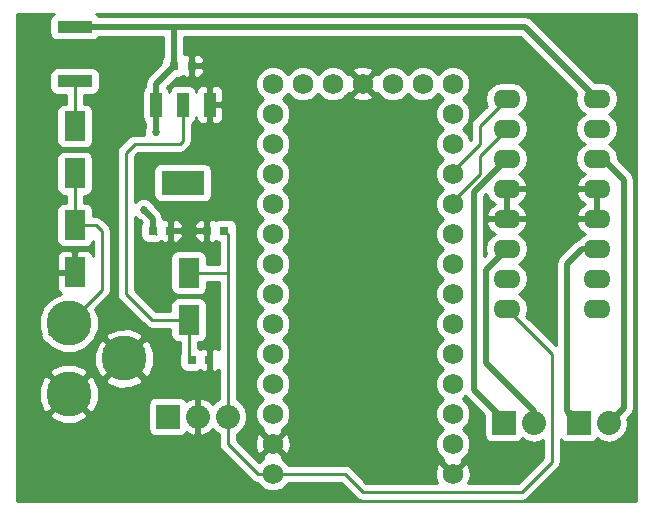
<source format=gtl>
G04 #@! TF.FileFunction,Copper,L1,Top,Signal*
%FSLAX46Y46*%
G04 Gerber Fmt 4.6, Leading zero omitted, Abs format (unit mm)*
G04 Created by KiCad (PCBNEW 4.0.2-stable) date 8/12/2016 8:24:09 AM*
%MOMM*%
G01*
G04 APERTURE LIST*
%ADD10C,0.100000*%
%ADD11O,2.300000X1.600000*%
%ADD12C,1.727200*%
%ADD13R,2.032000X2.032000*%
%ADD14O,2.032000X2.032000*%
%ADD15R,0.800000X0.750000*%
%ADD16C,3.810000*%
%ADD17R,1.800860X2.499360*%
%ADD18R,3.000000X1.000000*%
%ADD19R,3.657600X2.032000*%
%ADD20R,1.016000X2.032000*%
%ADD21C,0.685800*%
%ADD22C,0.508000*%
%ADD23C,0.254000*%
%ADD24C,0.762000*%
G04 APERTURE END LIST*
D10*
D11*
X247904000Y-80518000D03*
X247904000Y-77978000D03*
X247904000Y-75438000D03*
X247904000Y-72898000D03*
X247904000Y-70358000D03*
X247904000Y-67818000D03*
X247904000Y-65278000D03*
X247904000Y-62738000D03*
X240284000Y-62738000D03*
X240284000Y-65278000D03*
X240284000Y-67818000D03*
X240284000Y-70358000D03*
X240284000Y-72898000D03*
X240284000Y-75438000D03*
X240284000Y-77978000D03*
X240284000Y-80518000D03*
D12*
X235712000Y-94488000D03*
X235712000Y-91948000D03*
X235712000Y-89408000D03*
X235712000Y-86868000D03*
X235712000Y-84328000D03*
X235712000Y-81788000D03*
X235712000Y-79248000D03*
X235712000Y-76708000D03*
X235712000Y-74168000D03*
X235712000Y-71628000D03*
X235712000Y-69088000D03*
X235712000Y-66548000D03*
X235712000Y-64008000D03*
X235712000Y-61468000D03*
X233172000Y-61468000D03*
X230632000Y-61468000D03*
X228092000Y-61468000D03*
X225552000Y-61468000D03*
X223012000Y-61468000D03*
X220472000Y-61468000D03*
X220472000Y-69088000D03*
X220472000Y-89408000D03*
X220472000Y-74168000D03*
X220472000Y-71628000D03*
X220472000Y-91948000D03*
X220472000Y-84328000D03*
X220472000Y-94488000D03*
X220472000Y-81788000D03*
X220472000Y-79248000D03*
X220472000Y-76708000D03*
X220472000Y-86868000D03*
X220472000Y-64008000D03*
X220472000Y-66548000D03*
D13*
X246380000Y-90170000D03*
D14*
X248920000Y-90170000D03*
D13*
X211582000Y-89662000D03*
D14*
X214122000Y-89662000D03*
X216662000Y-89662000D03*
D13*
X240030000Y-90170000D03*
D14*
X242570000Y-90170000D03*
D15*
X210312000Y-73914000D03*
X211812000Y-73914000D03*
X213614000Y-84836000D03*
X215114000Y-84836000D03*
X212102000Y-59944000D03*
X213602000Y-59944000D03*
X216384000Y-73914000D03*
X214884000Y-73914000D03*
D16*
X203200000Y-81737200D03*
X203200000Y-87736680D03*
X207899000Y-84736940D03*
D17*
X203708000Y-73439020D03*
X203708000Y-77436980D03*
X203708000Y-65057020D03*
X203708000Y-69054980D03*
X213360000Y-77470000D03*
X213360000Y-81467960D03*
D18*
X203708000Y-61242000D03*
X203708000Y-56642000D03*
D19*
X212852000Y-69850000D03*
D20*
X212852000Y-63246000D03*
X210566000Y-63246000D03*
X215138000Y-63246000D03*
D21*
X209550000Y-72136000D03*
X210566000Y-65532000D03*
D22*
X210566000Y-63246000D02*
X210566000Y-65532000D01*
X210312000Y-72898000D02*
X210312000Y-73914000D01*
X209550000Y-72136000D02*
X210312000Y-72898000D01*
X210566000Y-63246000D02*
X210566000Y-61480000D01*
X210566000Y-61480000D02*
X212102000Y-59944000D01*
X212102000Y-59944000D02*
X212102000Y-56642000D01*
X212090000Y-56896000D02*
X212090000Y-56642000D01*
X212090000Y-56654000D02*
X212090000Y-56896000D01*
X212102000Y-56642000D02*
X212090000Y-56654000D01*
X203708000Y-56642000D02*
X212090000Y-56642000D01*
X212090000Y-56642000D02*
X241808000Y-56642000D01*
X241808000Y-56642000D02*
X247904000Y-62738000D01*
D23*
X210566000Y-74168000D02*
X210578000Y-74168000D01*
X213360000Y-81467960D02*
X213360000Y-84582000D01*
X213360000Y-84582000D02*
X213614000Y-84836000D01*
X212852000Y-63246000D02*
X212852000Y-66294000D01*
X210245960Y-81467960D02*
X213360000Y-81467960D01*
X208026000Y-79248000D02*
X210245960Y-81467960D01*
X208026000Y-67310000D02*
X208026000Y-79248000D01*
X208788000Y-66548000D02*
X208026000Y-67310000D01*
X212598000Y-66548000D02*
X208788000Y-66548000D01*
X212852000Y-66294000D02*
X212598000Y-66548000D01*
X213360000Y-77470000D02*
X216662000Y-77470000D01*
X220472000Y-94488000D02*
X226568000Y-94488000D01*
X244094000Y-84328000D02*
X240284000Y-80518000D01*
X244094000Y-93472000D02*
X244094000Y-84328000D01*
X241554000Y-96012000D02*
X244094000Y-93472000D01*
X228092000Y-96012000D02*
X241554000Y-96012000D01*
X226568000Y-94488000D02*
X228092000Y-96012000D01*
X216662000Y-89662000D02*
X216662000Y-77978000D01*
X216662000Y-77978000D02*
X216662000Y-77470000D01*
X216662000Y-77470000D02*
X216662000Y-74192000D01*
X216662000Y-74192000D02*
X216384000Y-73914000D01*
X216662000Y-89662000D02*
X216662000Y-91948000D01*
X219202000Y-94488000D02*
X220472000Y-94488000D01*
X216662000Y-91948000D02*
X219202000Y-94488000D01*
X203708000Y-73439020D02*
X205519020Y-73439020D01*
X205994000Y-78943200D02*
X203200000Y-81737200D01*
X205994000Y-73914000D02*
X205994000Y-78943200D01*
X205519020Y-73439020D02*
X205994000Y-73914000D01*
X203708000Y-69054980D02*
X203708000Y-73439020D01*
X201571860Y-82699860D02*
X203708000Y-82699860D01*
X235712000Y-69088000D02*
X235712000Y-68834000D01*
X235712000Y-68834000D02*
X237998000Y-66548000D01*
X237998000Y-66548000D02*
X237998000Y-65024000D01*
X237998000Y-65024000D02*
X240284000Y-62738000D01*
X235712000Y-71628000D02*
X235712000Y-71374000D01*
X235712000Y-71374000D02*
X237998000Y-69088000D01*
X237998000Y-69088000D02*
X237998000Y-67564000D01*
X237998000Y-67564000D02*
X240284000Y-65278000D01*
X203708000Y-61242000D02*
X203708000Y-65057020D01*
X203708000Y-64907160D02*
X203708000Y-64262000D01*
D22*
X247904000Y-75438000D02*
X246634000Y-75438000D01*
X245364000Y-76708000D02*
X245364000Y-89154000D01*
X246634000Y-75438000D02*
X245364000Y-76708000D01*
X245364000Y-89154000D02*
X246380000Y-90170000D01*
D24*
X245618000Y-89408000D02*
X246380000Y-90170000D01*
D23*
X245872000Y-89662000D02*
X246380000Y-90170000D01*
D22*
X248920000Y-90170000D02*
X250190000Y-88900000D01*
X250190000Y-69596000D02*
X248412000Y-67818000D01*
X250190000Y-88900000D02*
X250190000Y-69596000D01*
X248412000Y-67818000D02*
X247904000Y-67818000D01*
X240030000Y-90170000D02*
X240030000Y-89916000D01*
X240030000Y-89916000D02*
X237490000Y-87376000D01*
X237490000Y-87376000D02*
X237490000Y-70612000D01*
X237490000Y-70612000D02*
X240284000Y-67818000D01*
X242570000Y-90170000D02*
X242570000Y-89154000D01*
X242570000Y-89154000D02*
X238506000Y-85090000D01*
X238506000Y-85090000D02*
X238506000Y-77216000D01*
X238506000Y-77216000D02*
X240284000Y-75438000D01*
D23*
G36*
X201756559Y-55677910D02*
X201611569Y-55890110D01*
X201560560Y-56142000D01*
X201560560Y-57142000D01*
X201604838Y-57377317D01*
X201743910Y-57593441D01*
X201956110Y-57738431D01*
X202208000Y-57789440D01*
X205208000Y-57789440D01*
X205443317Y-57745162D01*
X205659441Y-57606090D01*
X205710748Y-57531000D01*
X211213000Y-57531000D01*
X211213000Y-59159879D01*
X211105569Y-59317110D01*
X211054560Y-59569000D01*
X211054560Y-59734204D01*
X209937382Y-60851382D01*
X209744671Y-61139794D01*
X209677000Y-61480000D01*
X209677000Y-61720582D01*
X209606559Y-61765910D01*
X209461569Y-61978110D01*
X209410560Y-62230000D01*
X209410560Y-64262000D01*
X209454838Y-64497317D01*
X209593910Y-64713441D01*
X209677000Y-64770214D01*
X209677000Y-65122945D01*
X209588270Y-65336630D01*
X209587931Y-65725663D01*
X209612862Y-65786000D01*
X208788000Y-65786000D01*
X208496395Y-65844004D01*
X208454188Y-65872206D01*
X208249185Y-66009184D01*
X207487185Y-66771185D01*
X207322004Y-67018395D01*
X207264000Y-67310000D01*
X207264000Y-79248000D01*
X207322004Y-79539605D01*
X207465386Y-79754190D01*
X207487185Y-79786815D01*
X209707145Y-82006776D01*
X209954356Y-82171957D01*
X210245960Y-82229960D01*
X211812130Y-82229960D01*
X211812130Y-82717640D01*
X211856408Y-82952957D01*
X211995480Y-83169081D01*
X212207680Y-83314071D01*
X212459570Y-83365080D01*
X212598000Y-83365080D01*
X212598000Y-84305745D01*
X212566560Y-84461000D01*
X212566560Y-85211000D01*
X212610838Y-85446317D01*
X212749910Y-85662441D01*
X212962110Y-85807431D01*
X213214000Y-85858440D01*
X214014000Y-85858440D01*
X214249317Y-85814162D01*
X214352646Y-85747671D01*
X214354302Y-85749327D01*
X214587691Y-85846000D01*
X214828250Y-85846000D01*
X214987000Y-85687250D01*
X214987000Y-84963000D01*
X214967000Y-84963000D01*
X214967000Y-84709000D01*
X214987000Y-84709000D01*
X214987000Y-83984750D01*
X214828250Y-83826000D01*
X214587691Y-83826000D01*
X214354302Y-83922673D01*
X214352932Y-83924043D01*
X214265890Y-83864569D01*
X214122000Y-83835431D01*
X214122000Y-83365080D01*
X214260430Y-83365080D01*
X214495747Y-83320802D01*
X214711871Y-83181730D01*
X214856861Y-82969530D01*
X214907870Y-82717640D01*
X214907870Y-80218280D01*
X214863592Y-79982963D01*
X214724520Y-79766839D01*
X214512320Y-79621849D01*
X214260430Y-79570840D01*
X212459570Y-79570840D01*
X212224253Y-79615118D01*
X212008129Y-79754190D01*
X211863139Y-79966390D01*
X211812130Y-80218280D01*
X211812130Y-80705960D01*
X210561591Y-80705960D01*
X208788000Y-78932370D01*
X208788000Y-72756837D01*
X208995341Y-72964540D01*
X209210750Y-73053986D01*
X209367650Y-73210886D01*
X209315569Y-73287110D01*
X209264560Y-73539000D01*
X209264560Y-74289000D01*
X209308838Y-74524317D01*
X209447910Y-74740441D01*
X209660110Y-74885431D01*
X209912000Y-74936440D01*
X210712000Y-74936440D01*
X210947317Y-74892162D01*
X211050646Y-74825671D01*
X211052302Y-74827327D01*
X211285691Y-74924000D01*
X211526250Y-74924000D01*
X211685000Y-74765250D01*
X211685000Y-74041000D01*
X211939000Y-74041000D01*
X211939000Y-74765250D01*
X212097750Y-74924000D01*
X212338309Y-74924000D01*
X212571698Y-74827327D01*
X212750327Y-74648699D01*
X212847000Y-74415310D01*
X212847000Y-74199750D01*
X213849000Y-74199750D01*
X213849000Y-74415310D01*
X213945673Y-74648699D01*
X214124302Y-74827327D01*
X214357691Y-74924000D01*
X214598250Y-74924000D01*
X214757000Y-74765250D01*
X214757000Y-74041000D01*
X214007750Y-74041000D01*
X213849000Y-74199750D01*
X212847000Y-74199750D01*
X212688250Y-74041000D01*
X211939000Y-74041000D01*
X211685000Y-74041000D01*
X211665000Y-74041000D01*
X211665000Y-73787000D01*
X211685000Y-73787000D01*
X211685000Y-73062750D01*
X211939000Y-73062750D01*
X211939000Y-73787000D01*
X212688250Y-73787000D01*
X212847000Y-73628250D01*
X212847000Y-73412690D01*
X213849000Y-73412690D01*
X213849000Y-73628250D01*
X214007750Y-73787000D01*
X214757000Y-73787000D01*
X214757000Y-73062750D01*
X214598250Y-72904000D01*
X214357691Y-72904000D01*
X214124302Y-73000673D01*
X213945673Y-73179301D01*
X213849000Y-73412690D01*
X212847000Y-73412690D01*
X212750327Y-73179301D01*
X212571698Y-73000673D01*
X212338309Y-72904000D01*
X212097750Y-72904000D01*
X211939000Y-73062750D01*
X211685000Y-73062750D01*
X211526250Y-72904000D01*
X211285691Y-72904000D01*
X211201000Y-72939080D01*
X211201000Y-72898000D01*
X211133329Y-72557794D01*
X210940618Y-72269382D01*
X210467863Y-71796627D01*
X210379507Y-71582788D01*
X210104659Y-71307460D01*
X209745370Y-71158270D01*
X209356337Y-71157931D01*
X208996788Y-71306493D01*
X208788000Y-71514917D01*
X208788000Y-68834000D01*
X210375760Y-68834000D01*
X210375760Y-70866000D01*
X210420038Y-71101317D01*
X210559110Y-71317441D01*
X210771310Y-71462431D01*
X211023200Y-71513440D01*
X214680800Y-71513440D01*
X214916117Y-71469162D01*
X215132241Y-71330090D01*
X215277231Y-71117890D01*
X215328240Y-70866000D01*
X215328240Y-68834000D01*
X215283962Y-68598683D01*
X215144890Y-68382559D01*
X214932690Y-68237569D01*
X214680800Y-68186560D01*
X211023200Y-68186560D01*
X210787883Y-68230838D01*
X210571759Y-68369910D01*
X210426769Y-68582110D01*
X210375760Y-68834000D01*
X208788000Y-68834000D01*
X208788000Y-67625630D01*
X209103631Y-67310000D01*
X212598000Y-67310000D01*
X212889605Y-67251996D01*
X213136815Y-67086815D01*
X213390815Y-66832816D01*
X213555996Y-66585605D01*
X213571021Y-66510069D01*
X213614000Y-66294000D01*
X213614000Y-64853140D01*
X213811441Y-64726090D01*
X213956431Y-64513890D01*
X213995000Y-64323431D01*
X213995000Y-64388310D01*
X214091673Y-64621699D01*
X214270302Y-64800327D01*
X214503691Y-64897000D01*
X214852250Y-64897000D01*
X215011000Y-64738250D01*
X215011000Y-63373000D01*
X215265000Y-63373000D01*
X215265000Y-64738250D01*
X215423750Y-64897000D01*
X215772309Y-64897000D01*
X216005698Y-64800327D01*
X216184327Y-64621699D01*
X216281000Y-64388310D01*
X216281000Y-63531750D01*
X216122250Y-63373000D01*
X215265000Y-63373000D01*
X215011000Y-63373000D01*
X214991000Y-63373000D01*
X214991000Y-63119000D01*
X215011000Y-63119000D01*
X215011000Y-61753750D01*
X215265000Y-61753750D01*
X215265000Y-63119000D01*
X216122250Y-63119000D01*
X216281000Y-62960250D01*
X216281000Y-62103690D01*
X216184327Y-61870301D01*
X216078808Y-61764782D01*
X218973141Y-61764782D01*
X219200808Y-62315780D01*
X219622003Y-62737710D01*
X219622931Y-62738095D01*
X219202290Y-63158003D01*
X218973661Y-63708602D01*
X218973141Y-64304782D01*
X219200808Y-64855780D01*
X219622003Y-65277710D01*
X219622931Y-65278095D01*
X219202290Y-65698003D01*
X218973661Y-66248602D01*
X218973141Y-66844782D01*
X219200808Y-67395780D01*
X219622003Y-67817710D01*
X219622931Y-67818095D01*
X219202290Y-68238003D01*
X218973661Y-68788602D01*
X218973141Y-69384782D01*
X219200808Y-69935780D01*
X219622003Y-70357710D01*
X219622931Y-70358095D01*
X219202290Y-70778003D01*
X218973661Y-71328602D01*
X218973141Y-71924782D01*
X219200808Y-72475780D01*
X219622003Y-72897710D01*
X219622931Y-72898095D01*
X219202290Y-73318003D01*
X218973661Y-73868602D01*
X218973141Y-74464782D01*
X219200808Y-75015780D01*
X219622003Y-75437710D01*
X219622931Y-75438095D01*
X219202290Y-75858003D01*
X218973661Y-76408602D01*
X218973141Y-77004782D01*
X219200808Y-77555780D01*
X219622003Y-77977710D01*
X219622931Y-77978095D01*
X219202290Y-78398003D01*
X218973661Y-78948602D01*
X218973141Y-79544782D01*
X219200808Y-80095780D01*
X219622003Y-80517710D01*
X219622931Y-80518095D01*
X219202290Y-80938003D01*
X218973661Y-81488602D01*
X218973141Y-82084782D01*
X219200808Y-82635780D01*
X219622003Y-83057710D01*
X219622931Y-83058095D01*
X219202290Y-83478003D01*
X218973661Y-84028602D01*
X218973141Y-84624782D01*
X219200808Y-85175780D01*
X219622003Y-85597710D01*
X219622931Y-85598095D01*
X219202290Y-86018003D01*
X218973661Y-86568602D01*
X218973141Y-87164782D01*
X219200808Y-87715780D01*
X219622003Y-88137710D01*
X219622931Y-88138095D01*
X219202290Y-88558003D01*
X218973661Y-89108602D01*
X218973141Y-89704782D01*
X219200808Y-90255780D01*
X219622003Y-90677710D01*
X219662537Y-90694541D01*
X219597800Y-90894195D01*
X220472000Y-91768395D01*
X221346200Y-90894195D01*
X221281601Y-90694967D01*
X221319780Y-90679192D01*
X221741710Y-90257997D01*
X221970339Y-89707398D01*
X221970859Y-89111218D01*
X221743192Y-88560220D01*
X221321997Y-88138290D01*
X221321069Y-88137905D01*
X221741710Y-87717997D01*
X221970339Y-87167398D01*
X221970859Y-86571218D01*
X221743192Y-86020220D01*
X221321997Y-85598290D01*
X221321069Y-85597905D01*
X221741710Y-85177997D01*
X221970339Y-84627398D01*
X221970859Y-84031218D01*
X221743192Y-83480220D01*
X221321997Y-83058290D01*
X221321069Y-83057905D01*
X221741710Y-82637997D01*
X221970339Y-82087398D01*
X221970859Y-81491218D01*
X221743192Y-80940220D01*
X221321997Y-80518290D01*
X221321069Y-80517905D01*
X221741710Y-80097997D01*
X221970339Y-79547398D01*
X221970859Y-78951218D01*
X221743192Y-78400220D01*
X221321997Y-77978290D01*
X221321069Y-77977905D01*
X221741710Y-77557997D01*
X221970339Y-77007398D01*
X221970859Y-76411218D01*
X221743192Y-75860220D01*
X221321997Y-75438290D01*
X221321069Y-75437905D01*
X221741710Y-75017997D01*
X221970339Y-74467398D01*
X221970859Y-73871218D01*
X221743192Y-73320220D01*
X221321997Y-72898290D01*
X221321069Y-72897905D01*
X221741710Y-72477997D01*
X221970339Y-71927398D01*
X221970859Y-71331218D01*
X221743192Y-70780220D01*
X221321997Y-70358290D01*
X221321069Y-70357905D01*
X221741710Y-69937997D01*
X221970339Y-69387398D01*
X221970859Y-68791218D01*
X221743192Y-68240220D01*
X221321997Y-67818290D01*
X221321069Y-67817905D01*
X221741710Y-67397997D01*
X221970339Y-66847398D01*
X221970859Y-66251218D01*
X221743192Y-65700220D01*
X221321997Y-65278290D01*
X221321069Y-65277905D01*
X221741710Y-64857997D01*
X221970339Y-64307398D01*
X221970859Y-63711218D01*
X221743192Y-63160220D01*
X221321997Y-62738290D01*
X221321069Y-62737905D01*
X221741710Y-62317997D01*
X221742095Y-62317069D01*
X222162003Y-62737710D01*
X222712602Y-62966339D01*
X223308782Y-62966859D01*
X223859780Y-62739192D01*
X224281710Y-62317997D01*
X224282095Y-62317069D01*
X224702003Y-62737710D01*
X225252602Y-62966339D01*
X225848782Y-62966859D01*
X226399780Y-62739192D01*
X226617546Y-62521805D01*
X227217800Y-62521805D01*
X227299741Y-62774516D01*
X227860030Y-62978248D01*
X228455635Y-62952058D01*
X228884259Y-62774516D01*
X228966200Y-62521805D01*
X228092000Y-61647605D01*
X227217800Y-62521805D01*
X226617546Y-62521805D01*
X226821710Y-62317997D01*
X226838541Y-62277463D01*
X227038195Y-62342200D01*
X227912395Y-61468000D01*
X227038195Y-60593800D01*
X226838967Y-60658399D01*
X226823192Y-60620220D01*
X226617526Y-60414195D01*
X227217800Y-60414195D01*
X228092000Y-61288395D01*
X228966200Y-60414195D01*
X228884259Y-60161484D01*
X228323970Y-59957752D01*
X227728365Y-59983942D01*
X227299741Y-60161484D01*
X227217800Y-60414195D01*
X226617526Y-60414195D01*
X226401997Y-60198290D01*
X225851398Y-59969661D01*
X225255218Y-59969141D01*
X224704220Y-60196808D01*
X224282290Y-60618003D01*
X224281905Y-60618931D01*
X223861997Y-60198290D01*
X223311398Y-59969661D01*
X222715218Y-59969141D01*
X222164220Y-60196808D01*
X221742290Y-60618003D01*
X221741905Y-60618931D01*
X221321997Y-60198290D01*
X220771398Y-59969661D01*
X220175218Y-59969141D01*
X219624220Y-60196808D01*
X219202290Y-60618003D01*
X218973661Y-61168602D01*
X218973141Y-61764782D01*
X216078808Y-61764782D01*
X216005698Y-61691673D01*
X215772309Y-61595000D01*
X215423750Y-61595000D01*
X215265000Y-61753750D01*
X215011000Y-61753750D01*
X214852250Y-61595000D01*
X214503691Y-61595000D01*
X214270302Y-61691673D01*
X214091673Y-61870301D01*
X213995000Y-62103690D01*
X213995000Y-62163887D01*
X213963162Y-61994683D01*
X213824090Y-61778559D01*
X213611890Y-61633569D01*
X213360000Y-61582560D01*
X212344000Y-61582560D01*
X212108683Y-61626838D01*
X211892559Y-61765910D01*
X211747569Y-61978110D01*
X211709457Y-62166314D01*
X211677162Y-61994683D01*
X211538090Y-61778559D01*
X211530122Y-61773114D01*
X212336796Y-60966440D01*
X212502000Y-60966440D01*
X212737317Y-60922162D01*
X212840646Y-60855671D01*
X212842302Y-60857327D01*
X213075691Y-60954000D01*
X213316250Y-60954000D01*
X213475000Y-60795250D01*
X213475000Y-60071000D01*
X213729000Y-60071000D01*
X213729000Y-60795250D01*
X213887750Y-60954000D01*
X214128309Y-60954000D01*
X214361698Y-60857327D01*
X214540327Y-60678699D01*
X214637000Y-60445310D01*
X214637000Y-60229750D01*
X214478250Y-60071000D01*
X213729000Y-60071000D01*
X213475000Y-60071000D01*
X213455000Y-60071000D01*
X213455000Y-59817000D01*
X213475000Y-59817000D01*
X213475000Y-59092750D01*
X213729000Y-59092750D01*
X213729000Y-59817000D01*
X214478250Y-59817000D01*
X214637000Y-59658250D01*
X214637000Y-59442690D01*
X214540327Y-59209301D01*
X214361698Y-59030673D01*
X214128309Y-58934000D01*
X213887750Y-58934000D01*
X213729000Y-59092750D01*
X213475000Y-59092750D01*
X213316250Y-58934000D01*
X213075691Y-58934000D01*
X212991000Y-58969080D01*
X212991000Y-57531000D01*
X241439764Y-57531000D01*
X246177394Y-62268630D01*
X246084030Y-62738000D01*
X246193263Y-63287151D01*
X246504332Y-63752698D01*
X246886418Y-64008000D01*
X246504332Y-64263302D01*
X246193263Y-64728849D01*
X246084030Y-65278000D01*
X246193263Y-65827151D01*
X246504332Y-66292698D01*
X246886418Y-66548000D01*
X246504332Y-66803302D01*
X246193263Y-67268849D01*
X246084030Y-67818000D01*
X246193263Y-68367151D01*
X246504332Y-68832698D01*
X246882151Y-69085149D01*
X246449500Y-69433104D01*
X246179633Y-69926181D01*
X246162096Y-70008961D01*
X246284085Y-70231000D01*
X247777000Y-70231000D01*
X247777000Y-70211000D01*
X248031000Y-70211000D01*
X248031000Y-70231000D01*
X248051000Y-70231000D01*
X248051000Y-70485000D01*
X248031000Y-70485000D01*
X248031000Y-72771000D01*
X248051000Y-72771000D01*
X248051000Y-73025000D01*
X248031000Y-73025000D01*
X248031000Y-73045000D01*
X247777000Y-73045000D01*
X247777000Y-73025000D01*
X246284085Y-73025000D01*
X246162096Y-73247039D01*
X246179633Y-73329819D01*
X246449500Y-73822896D01*
X246882151Y-74170851D01*
X246504332Y-74423302D01*
X246387594Y-74598013D01*
X246293794Y-74616671D01*
X246089629Y-74753090D01*
X246005382Y-74809382D01*
X244735382Y-76079382D01*
X244542671Y-76367794D01*
X244475000Y-76708000D01*
X244475000Y-83631369D01*
X241961109Y-81117479D01*
X241994737Y-81067151D01*
X242103970Y-80518000D01*
X241994737Y-79968849D01*
X241683668Y-79503302D01*
X241301582Y-79248000D01*
X241683668Y-78992698D01*
X241994737Y-78527151D01*
X242103970Y-77978000D01*
X241994737Y-77428849D01*
X241683668Y-76963302D01*
X241301582Y-76708000D01*
X241683668Y-76452698D01*
X241994737Y-75987151D01*
X242103970Y-75438000D01*
X241994737Y-74888849D01*
X241683668Y-74423302D01*
X241305849Y-74170851D01*
X241738500Y-73822896D01*
X242008367Y-73329819D01*
X242025904Y-73247039D01*
X241903915Y-73025000D01*
X240411000Y-73025000D01*
X240411000Y-73045000D01*
X240157000Y-73045000D01*
X240157000Y-73025000D01*
X238664085Y-73025000D01*
X238542096Y-73247039D01*
X238559633Y-73329819D01*
X238829500Y-73822896D01*
X239262151Y-74170851D01*
X238884332Y-74423302D01*
X238573263Y-74888849D01*
X238464030Y-75438000D01*
X238557394Y-75907370D01*
X238379000Y-76085764D01*
X238379000Y-70980236D01*
X238563094Y-70796142D01*
X238829500Y-71282896D01*
X239258607Y-71628000D01*
X238829500Y-71973104D01*
X238559633Y-72466181D01*
X238542096Y-72548961D01*
X238664085Y-72771000D01*
X240157000Y-72771000D01*
X240157000Y-70485000D01*
X240411000Y-70485000D01*
X240411000Y-72771000D01*
X241903915Y-72771000D01*
X242025904Y-72548961D01*
X242008367Y-72466181D01*
X241738500Y-71973104D01*
X241309393Y-71628000D01*
X241738500Y-71282896D01*
X242008367Y-70789819D01*
X242025904Y-70707039D01*
X246162096Y-70707039D01*
X246179633Y-70789819D01*
X246449500Y-71282896D01*
X246878607Y-71628000D01*
X246449500Y-71973104D01*
X246179633Y-72466181D01*
X246162096Y-72548961D01*
X246284085Y-72771000D01*
X247777000Y-72771000D01*
X247777000Y-70485000D01*
X246284085Y-70485000D01*
X246162096Y-70707039D01*
X242025904Y-70707039D01*
X241903915Y-70485000D01*
X240411000Y-70485000D01*
X240157000Y-70485000D01*
X240137000Y-70485000D01*
X240137000Y-70231000D01*
X240157000Y-70231000D01*
X240157000Y-70211000D01*
X240411000Y-70211000D01*
X240411000Y-70231000D01*
X241903915Y-70231000D01*
X242025904Y-70008961D01*
X242008367Y-69926181D01*
X241738500Y-69433104D01*
X241305849Y-69085149D01*
X241683668Y-68832698D01*
X241994737Y-68367151D01*
X242103970Y-67818000D01*
X241994737Y-67268849D01*
X241683668Y-66803302D01*
X241301582Y-66548000D01*
X241683668Y-66292698D01*
X241994737Y-65827151D01*
X242103970Y-65278000D01*
X241994737Y-64728849D01*
X241683668Y-64263302D01*
X241301582Y-64008000D01*
X241683668Y-63752698D01*
X241994737Y-63287151D01*
X242103970Y-62738000D01*
X241994737Y-62188849D01*
X241683668Y-61723302D01*
X241218121Y-61412233D01*
X240668970Y-61303000D01*
X239899030Y-61303000D01*
X239349879Y-61412233D01*
X238884332Y-61723302D01*
X238573263Y-62188849D01*
X238464030Y-62738000D01*
X238573263Y-63287151D01*
X238606891Y-63337479D01*
X237459185Y-64485185D01*
X237294004Y-64732395D01*
X237236000Y-65024000D01*
X237236000Y-66232369D01*
X237210854Y-66257516D01*
X237210859Y-66251218D01*
X236983192Y-65700220D01*
X236561997Y-65278290D01*
X236561069Y-65277905D01*
X236981710Y-64857997D01*
X237210339Y-64307398D01*
X237210859Y-63711218D01*
X236983192Y-63160220D01*
X236561997Y-62738290D01*
X236561069Y-62737905D01*
X236981710Y-62317997D01*
X237210339Y-61767398D01*
X237210859Y-61171218D01*
X236983192Y-60620220D01*
X236561997Y-60198290D01*
X236011398Y-59969661D01*
X235415218Y-59969141D01*
X234864220Y-60196808D01*
X234442290Y-60618003D01*
X234441905Y-60618931D01*
X234021997Y-60198290D01*
X233471398Y-59969661D01*
X232875218Y-59969141D01*
X232324220Y-60196808D01*
X231902290Y-60618003D01*
X231901905Y-60618931D01*
X231481997Y-60198290D01*
X230931398Y-59969661D01*
X230335218Y-59969141D01*
X229784220Y-60196808D01*
X229362290Y-60618003D01*
X229345459Y-60658537D01*
X229145805Y-60593800D01*
X228271605Y-61468000D01*
X229145805Y-62342200D01*
X229345033Y-62277601D01*
X229360808Y-62315780D01*
X229782003Y-62737710D01*
X230332602Y-62966339D01*
X230928782Y-62966859D01*
X231479780Y-62739192D01*
X231901710Y-62317997D01*
X231902095Y-62317069D01*
X232322003Y-62737710D01*
X232872602Y-62966339D01*
X233468782Y-62966859D01*
X234019780Y-62739192D01*
X234441710Y-62317997D01*
X234442095Y-62317069D01*
X234862003Y-62737710D01*
X234862931Y-62738095D01*
X234442290Y-63158003D01*
X234213661Y-63708602D01*
X234213141Y-64304782D01*
X234440808Y-64855780D01*
X234862003Y-65277710D01*
X234862931Y-65278095D01*
X234442290Y-65698003D01*
X234213661Y-66248602D01*
X234213141Y-66844782D01*
X234440808Y-67395780D01*
X234862003Y-67817710D01*
X234862931Y-67818095D01*
X234442290Y-68238003D01*
X234213661Y-68788602D01*
X234213141Y-69384782D01*
X234440808Y-69935780D01*
X234862003Y-70357710D01*
X234862931Y-70358095D01*
X234442290Y-70778003D01*
X234213661Y-71328602D01*
X234213141Y-71924782D01*
X234440808Y-72475780D01*
X234862003Y-72897710D01*
X234862931Y-72898095D01*
X234442290Y-73318003D01*
X234213661Y-73868602D01*
X234213141Y-74464782D01*
X234440808Y-75015780D01*
X234862003Y-75437710D01*
X234862931Y-75438095D01*
X234442290Y-75858003D01*
X234213661Y-76408602D01*
X234213141Y-77004782D01*
X234440808Y-77555780D01*
X234862003Y-77977710D01*
X234862931Y-77978095D01*
X234442290Y-78398003D01*
X234213661Y-78948602D01*
X234213141Y-79544782D01*
X234440808Y-80095780D01*
X234862003Y-80517710D01*
X234862931Y-80518095D01*
X234442290Y-80938003D01*
X234213661Y-81488602D01*
X234213141Y-82084782D01*
X234440808Y-82635780D01*
X234862003Y-83057710D01*
X234862931Y-83058095D01*
X234442290Y-83478003D01*
X234213661Y-84028602D01*
X234213141Y-84624782D01*
X234440808Y-85175780D01*
X234862003Y-85597710D01*
X234862931Y-85598095D01*
X234442290Y-86018003D01*
X234213661Y-86568602D01*
X234213141Y-87164782D01*
X234440808Y-87715780D01*
X234862003Y-88137710D01*
X234862931Y-88138095D01*
X234442290Y-88558003D01*
X234213661Y-89108602D01*
X234213141Y-89704782D01*
X234440808Y-90255780D01*
X234862003Y-90677710D01*
X234862931Y-90678095D01*
X234442290Y-91098003D01*
X234213661Y-91648602D01*
X234213141Y-92244782D01*
X234440808Y-92795780D01*
X234862003Y-93217710D01*
X234902537Y-93234541D01*
X234837800Y-93434195D01*
X235712000Y-94308395D01*
X236586200Y-93434195D01*
X236521601Y-93234967D01*
X236559780Y-93219192D01*
X236981710Y-92797997D01*
X237210339Y-92247398D01*
X237210859Y-91651218D01*
X236983192Y-91100220D01*
X236561997Y-90678290D01*
X236561069Y-90677905D01*
X236981710Y-90257997D01*
X237210339Y-89707398D01*
X237210859Y-89111218D01*
X236983192Y-88560220D01*
X236561997Y-88138290D01*
X236561069Y-88137905D01*
X236794644Y-87904737D01*
X236797586Y-87909141D01*
X236861382Y-88004618D01*
X238366560Y-89509796D01*
X238366560Y-91186000D01*
X238410838Y-91421317D01*
X238549910Y-91637441D01*
X238762110Y-91782431D01*
X239014000Y-91833440D01*
X241046000Y-91833440D01*
X241281317Y-91789162D01*
X241497441Y-91650090D01*
X241599198Y-91501163D01*
X241938190Y-91727670D01*
X242570000Y-91853345D01*
X243201810Y-91727670D01*
X243332000Y-91640680D01*
X243332000Y-93156369D01*
X241238370Y-95250000D01*
X237029519Y-95250000D01*
X237222248Y-94719970D01*
X237196058Y-94124365D01*
X237018516Y-93695741D01*
X236765805Y-93613800D01*
X235891605Y-94488000D01*
X235905748Y-94502143D01*
X235726143Y-94681748D01*
X235712000Y-94667605D01*
X235697858Y-94681748D01*
X235518253Y-94502143D01*
X235532395Y-94488000D01*
X234658195Y-93613800D01*
X234405484Y-93695741D01*
X234201752Y-94256030D01*
X234227942Y-94851635D01*
X234392950Y-95250000D01*
X228407631Y-95250000D01*
X227106815Y-93949185D01*
X227106814Y-93949184D01*
X226859605Y-93784004D01*
X226568000Y-93726000D01*
X221778635Y-93726000D01*
X221743192Y-93640220D01*
X221321997Y-93218290D01*
X221281463Y-93201459D01*
X221346200Y-93001805D01*
X220472000Y-92127605D01*
X219597800Y-93001805D01*
X219662399Y-93201033D01*
X219624220Y-93216808D01*
X219316061Y-93524430D01*
X217507661Y-91716030D01*
X218961752Y-91716030D01*
X218987942Y-92311635D01*
X219165484Y-92740259D01*
X219418195Y-92822200D01*
X220292395Y-91948000D01*
X220651605Y-91948000D01*
X221525805Y-92822200D01*
X221778516Y-92740259D01*
X221982248Y-92179970D01*
X221956058Y-91584365D01*
X221778516Y-91155741D01*
X221525805Y-91073800D01*
X220651605Y-91948000D01*
X220292395Y-91948000D01*
X219418195Y-91073800D01*
X219165484Y-91155741D01*
X218961752Y-91716030D01*
X217507661Y-91716030D01*
X217424000Y-91632370D01*
X217424000Y-91132680D01*
X217829433Y-90861778D01*
X218187325Y-90326155D01*
X218313000Y-89694345D01*
X218313000Y-89629655D01*
X218187325Y-88997845D01*
X217829433Y-88462222D01*
X217424000Y-88191320D01*
X217424000Y-74325740D01*
X217431440Y-74289000D01*
X217431440Y-73539000D01*
X217387162Y-73303683D01*
X217248090Y-73087559D01*
X217035890Y-72942569D01*
X216784000Y-72891560D01*
X215984000Y-72891560D01*
X215748683Y-72935838D01*
X215645354Y-73002329D01*
X215643698Y-73000673D01*
X215410309Y-72904000D01*
X215169750Y-72904000D01*
X215011000Y-73062750D01*
X215011000Y-73787000D01*
X215031000Y-73787000D01*
X215031000Y-74041000D01*
X215011000Y-74041000D01*
X215011000Y-74765250D01*
X215169750Y-74924000D01*
X215410309Y-74924000D01*
X215643698Y-74827327D01*
X215645068Y-74825957D01*
X215732110Y-74885431D01*
X215900000Y-74919430D01*
X215900000Y-76708000D01*
X214907870Y-76708000D01*
X214907870Y-76220320D01*
X214863592Y-75985003D01*
X214724520Y-75768879D01*
X214512320Y-75623889D01*
X214260430Y-75572880D01*
X212459570Y-75572880D01*
X212224253Y-75617158D01*
X212008129Y-75756230D01*
X211863139Y-75968430D01*
X211812130Y-76220320D01*
X211812130Y-78719680D01*
X211856408Y-78954997D01*
X211995480Y-79171121D01*
X212207680Y-79316111D01*
X212459570Y-79367120D01*
X214260430Y-79367120D01*
X214495747Y-79322842D01*
X214711871Y-79183770D01*
X214856861Y-78971570D01*
X214907870Y-78719680D01*
X214907870Y-78232000D01*
X215900000Y-78232000D01*
X215900000Y-83948975D01*
X215873698Y-83922673D01*
X215640309Y-83826000D01*
X215399750Y-83826000D01*
X215241000Y-83984750D01*
X215241000Y-84709000D01*
X215261000Y-84709000D01*
X215261000Y-84963000D01*
X215241000Y-84963000D01*
X215241000Y-85687250D01*
X215399750Y-85846000D01*
X215640309Y-85846000D01*
X215873698Y-85749327D01*
X215900000Y-85723025D01*
X215900000Y-88191320D01*
X215494567Y-88462222D01*
X215385565Y-88625354D01*
X214986818Y-88255615D01*
X214504944Y-88056025D01*
X214249000Y-88175164D01*
X214249000Y-89535000D01*
X214269000Y-89535000D01*
X214269000Y-89789000D01*
X214249000Y-89789000D01*
X214249000Y-91148836D01*
X214504944Y-91267975D01*
X214986818Y-91068385D01*
X215385565Y-90698646D01*
X215494567Y-90861778D01*
X215900000Y-91132680D01*
X215900000Y-91948000D01*
X215958004Y-92239605D01*
X216123185Y-92486815D01*
X218663184Y-95026815D01*
X218910395Y-95191996D01*
X219162084Y-95242060D01*
X219200808Y-95335780D01*
X219622003Y-95757710D01*
X220172602Y-95986339D01*
X220768782Y-95986859D01*
X221319780Y-95759192D01*
X221741710Y-95337997D01*
X221778250Y-95250000D01*
X226252370Y-95250000D01*
X227553184Y-96550815D01*
X227800395Y-96715996D01*
X228092000Y-96774000D01*
X241554000Y-96774000D01*
X241845605Y-96715996D01*
X242092815Y-96550815D01*
X244632815Y-94010816D01*
X244797996Y-93763605D01*
X244811495Y-93695741D01*
X244856000Y-93472000D01*
X244856000Y-91569203D01*
X244899910Y-91637441D01*
X245112110Y-91782431D01*
X245364000Y-91833440D01*
X247396000Y-91833440D01*
X247631317Y-91789162D01*
X247847441Y-91650090D01*
X247949198Y-91501163D01*
X248288190Y-91727670D01*
X248920000Y-91853345D01*
X249551810Y-91727670D01*
X250087433Y-91369778D01*
X250445325Y-90834155D01*
X250571000Y-90202345D01*
X250571000Y-90137655D01*
X250511037Y-89836199D01*
X250818618Y-89528618D01*
X250899212Y-89408000D01*
X251011329Y-89240206D01*
X251079000Y-88900000D01*
X251079000Y-69596000D01*
X251011329Y-69255794D01*
X250818618Y-68967382D01*
X249714889Y-67863653D01*
X249723970Y-67818000D01*
X249614737Y-67268849D01*
X249303668Y-66803302D01*
X248921582Y-66548000D01*
X249303668Y-66292698D01*
X249614737Y-65827151D01*
X249723970Y-65278000D01*
X249614737Y-64728849D01*
X249303668Y-64263302D01*
X248921582Y-64008000D01*
X249303668Y-63752698D01*
X249614737Y-63287151D01*
X249723970Y-62738000D01*
X249614737Y-62188849D01*
X249303668Y-61723302D01*
X248838121Y-61412233D01*
X248288970Y-61303000D01*
X247726236Y-61303000D01*
X242436618Y-56013382D01*
X242148206Y-55820671D01*
X241808000Y-55753000D01*
X205712270Y-55753000D01*
X205672090Y-55690559D01*
X205501500Y-55574000D01*
X251258000Y-55574000D01*
X251258000Y-96826000D01*
X198830000Y-96826000D01*
X198830000Y-89543120D01*
X201573165Y-89543120D01*
X201782353Y-89903969D01*
X202719650Y-90281504D01*
X203730077Y-90271613D01*
X204617647Y-89903969D01*
X204826835Y-89543120D01*
X203200000Y-87916285D01*
X201573165Y-89543120D01*
X198830000Y-89543120D01*
X198830000Y-87256330D01*
X200655176Y-87256330D01*
X200665067Y-88266757D01*
X201032711Y-89154327D01*
X201393560Y-89363515D01*
X203020395Y-87736680D01*
X203379605Y-87736680D01*
X205006440Y-89363515D01*
X205367289Y-89154327D01*
X205572038Y-88646000D01*
X209918560Y-88646000D01*
X209918560Y-90678000D01*
X209962838Y-90913317D01*
X210101910Y-91129441D01*
X210314110Y-91274431D01*
X210566000Y-91325440D01*
X212598000Y-91325440D01*
X212833317Y-91281162D01*
X213049441Y-91142090D01*
X213160840Y-90979052D01*
X213257182Y-91068385D01*
X213739056Y-91267975D01*
X213995000Y-91148836D01*
X213995000Y-89789000D01*
X213975000Y-89789000D01*
X213975000Y-89535000D01*
X213995000Y-89535000D01*
X213995000Y-88175164D01*
X213739056Y-88056025D01*
X213257182Y-88255615D01*
X213159602Y-88346097D01*
X213062090Y-88194559D01*
X212849890Y-88049569D01*
X212598000Y-87998560D01*
X210566000Y-87998560D01*
X210330683Y-88042838D01*
X210114559Y-88181910D01*
X209969569Y-88394110D01*
X209918560Y-88646000D01*
X205572038Y-88646000D01*
X205744824Y-88217030D01*
X205734933Y-87206603D01*
X205460217Y-86543380D01*
X206272165Y-86543380D01*
X206481353Y-86904229D01*
X207418650Y-87281764D01*
X208429077Y-87271873D01*
X209316647Y-86904229D01*
X209525835Y-86543380D01*
X207899000Y-84916545D01*
X206272165Y-86543380D01*
X205460217Y-86543380D01*
X205367289Y-86319033D01*
X205006440Y-86109845D01*
X203379605Y-87736680D01*
X203020395Y-87736680D01*
X201393560Y-86109845D01*
X201032711Y-86319033D01*
X200655176Y-87256330D01*
X198830000Y-87256330D01*
X198830000Y-85930240D01*
X201573165Y-85930240D01*
X203200000Y-87557075D01*
X204826835Y-85930240D01*
X204617647Y-85569391D01*
X203680350Y-85191856D01*
X202669923Y-85201747D01*
X201782353Y-85569391D01*
X201573165Y-85930240D01*
X198830000Y-85930240D01*
X198830000Y-82240221D01*
X200659560Y-82240221D01*
X200822735Y-82635134D01*
X200809860Y-82699860D01*
X200867864Y-82991465D01*
X201033045Y-83238675D01*
X201263805Y-83392864D01*
X201759327Y-83889252D01*
X202692546Y-84276759D01*
X203703021Y-84277640D01*
X203753965Y-84256590D01*
X205354176Y-84256590D01*
X205364067Y-85267017D01*
X205731711Y-86154587D01*
X206092560Y-86363775D01*
X207719395Y-84736940D01*
X208078605Y-84736940D01*
X209705440Y-86363775D01*
X210066289Y-86154587D01*
X210443824Y-85217290D01*
X210433933Y-84206863D01*
X210066289Y-83319293D01*
X209705440Y-83110105D01*
X208078605Y-84736940D01*
X207719395Y-84736940D01*
X206092560Y-83110105D01*
X205731711Y-83319293D01*
X205354176Y-84256590D01*
X203753965Y-84256590D01*
X204636915Y-83891763D01*
X205352052Y-83177873D01*
X205454770Y-82930500D01*
X206272165Y-82930500D01*
X207899000Y-84557335D01*
X209525835Y-82930500D01*
X209316647Y-82569651D01*
X208379350Y-82192116D01*
X207368923Y-82202007D01*
X206481353Y-82569651D01*
X206272165Y-82930500D01*
X205454770Y-82930500D01*
X205739559Y-82244654D01*
X205740440Y-81234179D01*
X205459815Y-80555015D01*
X206532816Y-79482015D01*
X206689179Y-79248000D01*
X206697996Y-79234805D01*
X206756000Y-78943200D01*
X206756000Y-73914000D01*
X206697996Y-73622395D01*
X206532815Y-73375185D01*
X206057835Y-72900205D01*
X206044897Y-72891560D01*
X205810625Y-72735024D01*
X205519020Y-72677020D01*
X205255870Y-72677020D01*
X205255870Y-72189340D01*
X205211592Y-71954023D01*
X205072520Y-71737899D01*
X204860320Y-71592909D01*
X204608430Y-71541900D01*
X204470000Y-71541900D01*
X204470000Y-70952100D01*
X204608430Y-70952100D01*
X204843747Y-70907822D01*
X205059871Y-70768750D01*
X205204861Y-70556550D01*
X205255870Y-70304660D01*
X205255870Y-67805300D01*
X205211592Y-67569983D01*
X205072520Y-67353859D01*
X204860320Y-67208869D01*
X204608430Y-67157860D01*
X202807570Y-67157860D01*
X202572253Y-67202138D01*
X202356129Y-67341210D01*
X202211139Y-67553410D01*
X202160130Y-67805300D01*
X202160130Y-70304660D01*
X202204408Y-70539977D01*
X202343480Y-70756101D01*
X202555680Y-70901091D01*
X202807570Y-70952100D01*
X202946000Y-70952100D01*
X202946000Y-71541900D01*
X202807570Y-71541900D01*
X202572253Y-71586178D01*
X202356129Y-71725250D01*
X202211139Y-71937450D01*
X202160130Y-72189340D01*
X202160130Y-74688700D01*
X202204408Y-74924017D01*
X202343480Y-75140141D01*
X202555680Y-75285131D01*
X202807570Y-75336140D01*
X204608430Y-75336140D01*
X204843747Y-75291862D01*
X205059871Y-75152790D01*
X205204861Y-74940590D01*
X205232000Y-74806574D01*
X205232000Y-76033397D01*
X205146757Y-75827602D01*
X204968129Y-75648973D01*
X204734740Y-75552300D01*
X203993750Y-75552300D01*
X203835000Y-75711050D01*
X203835000Y-77309980D01*
X203855000Y-77309980D01*
X203855000Y-77563980D01*
X203835000Y-77563980D01*
X203835000Y-77583980D01*
X203581000Y-77583980D01*
X203581000Y-77563980D01*
X202331320Y-77563980D01*
X202172570Y-77722730D01*
X202172570Y-78812969D01*
X202269243Y-79046358D01*
X202447871Y-79224987D01*
X202538156Y-79262384D01*
X201763085Y-79582637D01*
X201047948Y-80296527D01*
X200660441Y-81229746D01*
X200659560Y-82240221D01*
X198830000Y-82240221D01*
X198830000Y-76060991D01*
X202172570Y-76060991D01*
X202172570Y-77151230D01*
X202331320Y-77309980D01*
X203581000Y-77309980D01*
X203581000Y-75711050D01*
X203422250Y-75552300D01*
X202681260Y-75552300D01*
X202447871Y-75648973D01*
X202269243Y-75827602D01*
X202172570Y-76060991D01*
X198830000Y-76060991D01*
X198830000Y-60742000D01*
X201560560Y-60742000D01*
X201560560Y-61742000D01*
X201604838Y-61977317D01*
X201743910Y-62193441D01*
X201956110Y-62338431D01*
X202208000Y-62389440D01*
X202946000Y-62389440D01*
X202946000Y-63159900D01*
X202807570Y-63159900D01*
X202572253Y-63204178D01*
X202356129Y-63343250D01*
X202211139Y-63555450D01*
X202160130Y-63807340D01*
X202160130Y-66306700D01*
X202204408Y-66542017D01*
X202343480Y-66758141D01*
X202555680Y-66903131D01*
X202807570Y-66954140D01*
X204608430Y-66954140D01*
X204843747Y-66909862D01*
X205059871Y-66770790D01*
X205204861Y-66558590D01*
X205255870Y-66306700D01*
X205255870Y-63807340D01*
X205211592Y-63572023D01*
X205072520Y-63355899D01*
X204860320Y-63210909D01*
X204608430Y-63159900D01*
X204470000Y-63159900D01*
X204470000Y-62389440D01*
X205208000Y-62389440D01*
X205443317Y-62345162D01*
X205659441Y-62206090D01*
X205804431Y-61993890D01*
X205855440Y-61742000D01*
X205855440Y-60742000D01*
X205811162Y-60506683D01*
X205672090Y-60290559D01*
X205459890Y-60145569D01*
X205208000Y-60094560D01*
X202208000Y-60094560D01*
X201972683Y-60138838D01*
X201756559Y-60277910D01*
X201611569Y-60490110D01*
X201560560Y-60742000D01*
X198830000Y-60742000D01*
X198830000Y-55574000D01*
X201918040Y-55574000D01*
X201756559Y-55677910D01*
X201756559Y-55677910D01*
G37*
X201756559Y-55677910D02*
X201611569Y-55890110D01*
X201560560Y-56142000D01*
X201560560Y-57142000D01*
X201604838Y-57377317D01*
X201743910Y-57593441D01*
X201956110Y-57738431D01*
X202208000Y-57789440D01*
X205208000Y-57789440D01*
X205443317Y-57745162D01*
X205659441Y-57606090D01*
X205710748Y-57531000D01*
X211213000Y-57531000D01*
X211213000Y-59159879D01*
X211105569Y-59317110D01*
X211054560Y-59569000D01*
X211054560Y-59734204D01*
X209937382Y-60851382D01*
X209744671Y-61139794D01*
X209677000Y-61480000D01*
X209677000Y-61720582D01*
X209606559Y-61765910D01*
X209461569Y-61978110D01*
X209410560Y-62230000D01*
X209410560Y-64262000D01*
X209454838Y-64497317D01*
X209593910Y-64713441D01*
X209677000Y-64770214D01*
X209677000Y-65122945D01*
X209588270Y-65336630D01*
X209587931Y-65725663D01*
X209612862Y-65786000D01*
X208788000Y-65786000D01*
X208496395Y-65844004D01*
X208454188Y-65872206D01*
X208249185Y-66009184D01*
X207487185Y-66771185D01*
X207322004Y-67018395D01*
X207264000Y-67310000D01*
X207264000Y-79248000D01*
X207322004Y-79539605D01*
X207465386Y-79754190D01*
X207487185Y-79786815D01*
X209707145Y-82006776D01*
X209954356Y-82171957D01*
X210245960Y-82229960D01*
X211812130Y-82229960D01*
X211812130Y-82717640D01*
X211856408Y-82952957D01*
X211995480Y-83169081D01*
X212207680Y-83314071D01*
X212459570Y-83365080D01*
X212598000Y-83365080D01*
X212598000Y-84305745D01*
X212566560Y-84461000D01*
X212566560Y-85211000D01*
X212610838Y-85446317D01*
X212749910Y-85662441D01*
X212962110Y-85807431D01*
X213214000Y-85858440D01*
X214014000Y-85858440D01*
X214249317Y-85814162D01*
X214352646Y-85747671D01*
X214354302Y-85749327D01*
X214587691Y-85846000D01*
X214828250Y-85846000D01*
X214987000Y-85687250D01*
X214987000Y-84963000D01*
X214967000Y-84963000D01*
X214967000Y-84709000D01*
X214987000Y-84709000D01*
X214987000Y-83984750D01*
X214828250Y-83826000D01*
X214587691Y-83826000D01*
X214354302Y-83922673D01*
X214352932Y-83924043D01*
X214265890Y-83864569D01*
X214122000Y-83835431D01*
X214122000Y-83365080D01*
X214260430Y-83365080D01*
X214495747Y-83320802D01*
X214711871Y-83181730D01*
X214856861Y-82969530D01*
X214907870Y-82717640D01*
X214907870Y-80218280D01*
X214863592Y-79982963D01*
X214724520Y-79766839D01*
X214512320Y-79621849D01*
X214260430Y-79570840D01*
X212459570Y-79570840D01*
X212224253Y-79615118D01*
X212008129Y-79754190D01*
X211863139Y-79966390D01*
X211812130Y-80218280D01*
X211812130Y-80705960D01*
X210561591Y-80705960D01*
X208788000Y-78932370D01*
X208788000Y-72756837D01*
X208995341Y-72964540D01*
X209210750Y-73053986D01*
X209367650Y-73210886D01*
X209315569Y-73287110D01*
X209264560Y-73539000D01*
X209264560Y-74289000D01*
X209308838Y-74524317D01*
X209447910Y-74740441D01*
X209660110Y-74885431D01*
X209912000Y-74936440D01*
X210712000Y-74936440D01*
X210947317Y-74892162D01*
X211050646Y-74825671D01*
X211052302Y-74827327D01*
X211285691Y-74924000D01*
X211526250Y-74924000D01*
X211685000Y-74765250D01*
X211685000Y-74041000D01*
X211939000Y-74041000D01*
X211939000Y-74765250D01*
X212097750Y-74924000D01*
X212338309Y-74924000D01*
X212571698Y-74827327D01*
X212750327Y-74648699D01*
X212847000Y-74415310D01*
X212847000Y-74199750D01*
X213849000Y-74199750D01*
X213849000Y-74415310D01*
X213945673Y-74648699D01*
X214124302Y-74827327D01*
X214357691Y-74924000D01*
X214598250Y-74924000D01*
X214757000Y-74765250D01*
X214757000Y-74041000D01*
X214007750Y-74041000D01*
X213849000Y-74199750D01*
X212847000Y-74199750D01*
X212688250Y-74041000D01*
X211939000Y-74041000D01*
X211685000Y-74041000D01*
X211665000Y-74041000D01*
X211665000Y-73787000D01*
X211685000Y-73787000D01*
X211685000Y-73062750D01*
X211939000Y-73062750D01*
X211939000Y-73787000D01*
X212688250Y-73787000D01*
X212847000Y-73628250D01*
X212847000Y-73412690D01*
X213849000Y-73412690D01*
X213849000Y-73628250D01*
X214007750Y-73787000D01*
X214757000Y-73787000D01*
X214757000Y-73062750D01*
X214598250Y-72904000D01*
X214357691Y-72904000D01*
X214124302Y-73000673D01*
X213945673Y-73179301D01*
X213849000Y-73412690D01*
X212847000Y-73412690D01*
X212750327Y-73179301D01*
X212571698Y-73000673D01*
X212338309Y-72904000D01*
X212097750Y-72904000D01*
X211939000Y-73062750D01*
X211685000Y-73062750D01*
X211526250Y-72904000D01*
X211285691Y-72904000D01*
X211201000Y-72939080D01*
X211201000Y-72898000D01*
X211133329Y-72557794D01*
X210940618Y-72269382D01*
X210467863Y-71796627D01*
X210379507Y-71582788D01*
X210104659Y-71307460D01*
X209745370Y-71158270D01*
X209356337Y-71157931D01*
X208996788Y-71306493D01*
X208788000Y-71514917D01*
X208788000Y-68834000D01*
X210375760Y-68834000D01*
X210375760Y-70866000D01*
X210420038Y-71101317D01*
X210559110Y-71317441D01*
X210771310Y-71462431D01*
X211023200Y-71513440D01*
X214680800Y-71513440D01*
X214916117Y-71469162D01*
X215132241Y-71330090D01*
X215277231Y-71117890D01*
X215328240Y-70866000D01*
X215328240Y-68834000D01*
X215283962Y-68598683D01*
X215144890Y-68382559D01*
X214932690Y-68237569D01*
X214680800Y-68186560D01*
X211023200Y-68186560D01*
X210787883Y-68230838D01*
X210571759Y-68369910D01*
X210426769Y-68582110D01*
X210375760Y-68834000D01*
X208788000Y-68834000D01*
X208788000Y-67625630D01*
X209103631Y-67310000D01*
X212598000Y-67310000D01*
X212889605Y-67251996D01*
X213136815Y-67086815D01*
X213390815Y-66832816D01*
X213555996Y-66585605D01*
X213571021Y-66510069D01*
X213614000Y-66294000D01*
X213614000Y-64853140D01*
X213811441Y-64726090D01*
X213956431Y-64513890D01*
X213995000Y-64323431D01*
X213995000Y-64388310D01*
X214091673Y-64621699D01*
X214270302Y-64800327D01*
X214503691Y-64897000D01*
X214852250Y-64897000D01*
X215011000Y-64738250D01*
X215011000Y-63373000D01*
X215265000Y-63373000D01*
X215265000Y-64738250D01*
X215423750Y-64897000D01*
X215772309Y-64897000D01*
X216005698Y-64800327D01*
X216184327Y-64621699D01*
X216281000Y-64388310D01*
X216281000Y-63531750D01*
X216122250Y-63373000D01*
X215265000Y-63373000D01*
X215011000Y-63373000D01*
X214991000Y-63373000D01*
X214991000Y-63119000D01*
X215011000Y-63119000D01*
X215011000Y-61753750D01*
X215265000Y-61753750D01*
X215265000Y-63119000D01*
X216122250Y-63119000D01*
X216281000Y-62960250D01*
X216281000Y-62103690D01*
X216184327Y-61870301D01*
X216078808Y-61764782D01*
X218973141Y-61764782D01*
X219200808Y-62315780D01*
X219622003Y-62737710D01*
X219622931Y-62738095D01*
X219202290Y-63158003D01*
X218973661Y-63708602D01*
X218973141Y-64304782D01*
X219200808Y-64855780D01*
X219622003Y-65277710D01*
X219622931Y-65278095D01*
X219202290Y-65698003D01*
X218973661Y-66248602D01*
X218973141Y-66844782D01*
X219200808Y-67395780D01*
X219622003Y-67817710D01*
X219622931Y-67818095D01*
X219202290Y-68238003D01*
X218973661Y-68788602D01*
X218973141Y-69384782D01*
X219200808Y-69935780D01*
X219622003Y-70357710D01*
X219622931Y-70358095D01*
X219202290Y-70778003D01*
X218973661Y-71328602D01*
X218973141Y-71924782D01*
X219200808Y-72475780D01*
X219622003Y-72897710D01*
X219622931Y-72898095D01*
X219202290Y-73318003D01*
X218973661Y-73868602D01*
X218973141Y-74464782D01*
X219200808Y-75015780D01*
X219622003Y-75437710D01*
X219622931Y-75438095D01*
X219202290Y-75858003D01*
X218973661Y-76408602D01*
X218973141Y-77004782D01*
X219200808Y-77555780D01*
X219622003Y-77977710D01*
X219622931Y-77978095D01*
X219202290Y-78398003D01*
X218973661Y-78948602D01*
X218973141Y-79544782D01*
X219200808Y-80095780D01*
X219622003Y-80517710D01*
X219622931Y-80518095D01*
X219202290Y-80938003D01*
X218973661Y-81488602D01*
X218973141Y-82084782D01*
X219200808Y-82635780D01*
X219622003Y-83057710D01*
X219622931Y-83058095D01*
X219202290Y-83478003D01*
X218973661Y-84028602D01*
X218973141Y-84624782D01*
X219200808Y-85175780D01*
X219622003Y-85597710D01*
X219622931Y-85598095D01*
X219202290Y-86018003D01*
X218973661Y-86568602D01*
X218973141Y-87164782D01*
X219200808Y-87715780D01*
X219622003Y-88137710D01*
X219622931Y-88138095D01*
X219202290Y-88558003D01*
X218973661Y-89108602D01*
X218973141Y-89704782D01*
X219200808Y-90255780D01*
X219622003Y-90677710D01*
X219662537Y-90694541D01*
X219597800Y-90894195D01*
X220472000Y-91768395D01*
X221346200Y-90894195D01*
X221281601Y-90694967D01*
X221319780Y-90679192D01*
X221741710Y-90257997D01*
X221970339Y-89707398D01*
X221970859Y-89111218D01*
X221743192Y-88560220D01*
X221321997Y-88138290D01*
X221321069Y-88137905D01*
X221741710Y-87717997D01*
X221970339Y-87167398D01*
X221970859Y-86571218D01*
X221743192Y-86020220D01*
X221321997Y-85598290D01*
X221321069Y-85597905D01*
X221741710Y-85177997D01*
X221970339Y-84627398D01*
X221970859Y-84031218D01*
X221743192Y-83480220D01*
X221321997Y-83058290D01*
X221321069Y-83057905D01*
X221741710Y-82637997D01*
X221970339Y-82087398D01*
X221970859Y-81491218D01*
X221743192Y-80940220D01*
X221321997Y-80518290D01*
X221321069Y-80517905D01*
X221741710Y-80097997D01*
X221970339Y-79547398D01*
X221970859Y-78951218D01*
X221743192Y-78400220D01*
X221321997Y-77978290D01*
X221321069Y-77977905D01*
X221741710Y-77557997D01*
X221970339Y-77007398D01*
X221970859Y-76411218D01*
X221743192Y-75860220D01*
X221321997Y-75438290D01*
X221321069Y-75437905D01*
X221741710Y-75017997D01*
X221970339Y-74467398D01*
X221970859Y-73871218D01*
X221743192Y-73320220D01*
X221321997Y-72898290D01*
X221321069Y-72897905D01*
X221741710Y-72477997D01*
X221970339Y-71927398D01*
X221970859Y-71331218D01*
X221743192Y-70780220D01*
X221321997Y-70358290D01*
X221321069Y-70357905D01*
X221741710Y-69937997D01*
X221970339Y-69387398D01*
X221970859Y-68791218D01*
X221743192Y-68240220D01*
X221321997Y-67818290D01*
X221321069Y-67817905D01*
X221741710Y-67397997D01*
X221970339Y-66847398D01*
X221970859Y-66251218D01*
X221743192Y-65700220D01*
X221321997Y-65278290D01*
X221321069Y-65277905D01*
X221741710Y-64857997D01*
X221970339Y-64307398D01*
X221970859Y-63711218D01*
X221743192Y-63160220D01*
X221321997Y-62738290D01*
X221321069Y-62737905D01*
X221741710Y-62317997D01*
X221742095Y-62317069D01*
X222162003Y-62737710D01*
X222712602Y-62966339D01*
X223308782Y-62966859D01*
X223859780Y-62739192D01*
X224281710Y-62317997D01*
X224282095Y-62317069D01*
X224702003Y-62737710D01*
X225252602Y-62966339D01*
X225848782Y-62966859D01*
X226399780Y-62739192D01*
X226617546Y-62521805D01*
X227217800Y-62521805D01*
X227299741Y-62774516D01*
X227860030Y-62978248D01*
X228455635Y-62952058D01*
X228884259Y-62774516D01*
X228966200Y-62521805D01*
X228092000Y-61647605D01*
X227217800Y-62521805D01*
X226617546Y-62521805D01*
X226821710Y-62317997D01*
X226838541Y-62277463D01*
X227038195Y-62342200D01*
X227912395Y-61468000D01*
X227038195Y-60593800D01*
X226838967Y-60658399D01*
X226823192Y-60620220D01*
X226617526Y-60414195D01*
X227217800Y-60414195D01*
X228092000Y-61288395D01*
X228966200Y-60414195D01*
X228884259Y-60161484D01*
X228323970Y-59957752D01*
X227728365Y-59983942D01*
X227299741Y-60161484D01*
X227217800Y-60414195D01*
X226617526Y-60414195D01*
X226401997Y-60198290D01*
X225851398Y-59969661D01*
X225255218Y-59969141D01*
X224704220Y-60196808D01*
X224282290Y-60618003D01*
X224281905Y-60618931D01*
X223861997Y-60198290D01*
X223311398Y-59969661D01*
X222715218Y-59969141D01*
X222164220Y-60196808D01*
X221742290Y-60618003D01*
X221741905Y-60618931D01*
X221321997Y-60198290D01*
X220771398Y-59969661D01*
X220175218Y-59969141D01*
X219624220Y-60196808D01*
X219202290Y-60618003D01*
X218973661Y-61168602D01*
X218973141Y-61764782D01*
X216078808Y-61764782D01*
X216005698Y-61691673D01*
X215772309Y-61595000D01*
X215423750Y-61595000D01*
X215265000Y-61753750D01*
X215011000Y-61753750D01*
X214852250Y-61595000D01*
X214503691Y-61595000D01*
X214270302Y-61691673D01*
X214091673Y-61870301D01*
X213995000Y-62103690D01*
X213995000Y-62163887D01*
X213963162Y-61994683D01*
X213824090Y-61778559D01*
X213611890Y-61633569D01*
X213360000Y-61582560D01*
X212344000Y-61582560D01*
X212108683Y-61626838D01*
X211892559Y-61765910D01*
X211747569Y-61978110D01*
X211709457Y-62166314D01*
X211677162Y-61994683D01*
X211538090Y-61778559D01*
X211530122Y-61773114D01*
X212336796Y-60966440D01*
X212502000Y-60966440D01*
X212737317Y-60922162D01*
X212840646Y-60855671D01*
X212842302Y-60857327D01*
X213075691Y-60954000D01*
X213316250Y-60954000D01*
X213475000Y-60795250D01*
X213475000Y-60071000D01*
X213729000Y-60071000D01*
X213729000Y-60795250D01*
X213887750Y-60954000D01*
X214128309Y-60954000D01*
X214361698Y-60857327D01*
X214540327Y-60678699D01*
X214637000Y-60445310D01*
X214637000Y-60229750D01*
X214478250Y-60071000D01*
X213729000Y-60071000D01*
X213475000Y-60071000D01*
X213455000Y-60071000D01*
X213455000Y-59817000D01*
X213475000Y-59817000D01*
X213475000Y-59092750D01*
X213729000Y-59092750D01*
X213729000Y-59817000D01*
X214478250Y-59817000D01*
X214637000Y-59658250D01*
X214637000Y-59442690D01*
X214540327Y-59209301D01*
X214361698Y-59030673D01*
X214128309Y-58934000D01*
X213887750Y-58934000D01*
X213729000Y-59092750D01*
X213475000Y-59092750D01*
X213316250Y-58934000D01*
X213075691Y-58934000D01*
X212991000Y-58969080D01*
X212991000Y-57531000D01*
X241439764Y-57531000D01*
X246177394Y-62268630D01*
X246084030Y-62738000D01*
X246193263Y-63287151D01*
X246504332Y-63752698D01*
X246886418Y-64008000D01*
X246504332Y-64263302D01*
X246193263Y-64728849D01*
X246084030Y-65278000D01*
X246193263Y-65827151D01*
X246504332Y-66292698D01*
X246886418Y-66548000D01*
X246504332Y-66803302D01*
X246193263Y-67268849D01*
X246084030Y-67818000D01*
X246193263Y-68367151D01*
X246504332Y-68832698D01*
X246882151Y-69085149D01*
X246449500Y-69433104D01*
X246179633Y-69926181D01*
X246162096Y-70008961D01*
X246284085Y-70231000D01*
X247777000Y-70231000D01*
X247777000Y-70211000D01*
X248031000Y-70211000D01*
X248031000Y-70231000D01*
X248051000Y-70231000D01*
X248051000Y-70485000D01*
X248031000Y-70485000D01*
X248031000Y-72771000D01*
X248051000Y-72771000D01*
X248051000Y-73025000D01*
X248031000Y-73025000D01*
X248031000Y-73045000D01*
X247777000Y-73045000D01*
X247777000Y-73025000D01*
X246284085Y-73025000D01*
X246162096Y-73247039D01*
X246179633Y-73329819D01*
X246449500Y-73822896D01*
X246882151Y-74170851D01*
X246504332Y-74423302D01*
X246387594Y-74598013D01*
X246293794Y-74616671D01*
X246089629Y-74753090D01*
X246005382Y-74809382D01*
X244735382Y-76079382D01*
X244542671Y-76367794D01*
X244475000Y-76708000D01*
X244475000Y-83631369D01*
X241961109Y-81117479D01*
X241994737Y-81067151D01*
X242103970Y-80518000D01*
X241994737Y-79968849D01*
X241683668Y-79503302D01*
X241301582Y-79248000D01*
X241683668Y-78992698D01*
X241994737Y-78527151D01*
X242103970Y-77978000D01*
X241994737Y-77428849D01*
X241683668Y-76963302D01*
X241301582Y-76708000D01*
X241683668Y-76452698D01*
X241994737Y-75987151D01*
X242103970Y-75438000D01*
X241994737Y-74888849D01*
X241683668Y-74423302D01*
X241305849Y-74170851D01*
X241738500Y-73822896D01*
X242008367Y-73329819D01*
X242025904Y-73247039D01*
X241903915Y-73025000D01*
X240411000Y-73025000D01*
X240411000Y-73045000D01*
X240157000Y-73045000D01*
X240157000Y-73025000D01*
X238664085Y-73025000D01*
X238542096Y-73247039D01*
X238559633Y-73329819D01*
X238829500Y-73822896D01*
X239262151Y-74170851D01*
X238884332Y-74423302D01*
X238573263Y-74888849D01*
X238464030Y-75438000D01*
X238557394Y-75907370D01*
X238379000Y-76085764D01*
X238379000Y-70980236D01*
X238563094Y-70796142D01*
X238829500Y-71282896D01*
X239258607Y-71628000D01*
X238829500Y-71973104D01*
X238559633Y-72466181D01*
X238542096Y-72548961D01*
X238664085Y-72771000D01*
X240157000Y-72771000D01*
X240157000Y-70485000D01*
X240411000Y-70485000D01*
X240411000Y-72771000D01*
X241903915Y-72771000D01*
X242025904Y-72548961D01*
X242008367Y-72466181D01*
X241738500Y-71973104D01*
X241309393Y-71628000D01*
X241738500Y-71282896D01*
X242008367Y-70789819D01*
X242025904Y-70707039D01*
X246162096Y-70707039D01*
X246179633Y-70789819D01*
X246449500Y-71282896D01*
X246878607Y-71628000D01*
X246449500Y-71973104D01*
X246179633Y-72466181D01*
X246162096Y-72548961D01*
X246284085Y-72771000D01*
X247777000Y-72771000D01*
X247777000Y-70485000D01*
X246284085Y-70485000D01*
X246162096Y-70707039D01*
X242025904Y-70707039D01*
X241903915Y-70485000D01*
X240411000Y-70485000D01*
X240157000Y-70485000D01*
X240137000Y-70485000D01*
X240137000Y-70231000D01*
X240157000Y-70231000D01*
X240157000Y-70211000D01*
X240411000Y-70211000D01*
X240411000Y-70231000D01*
X241903915Y-70231000D01*
X242025904Y-70008961D01*
X242008367Y-69926181D01*
X241738500Y-69433104D01*
X241305849Y-69085149D01*
X241683668Y-68832698D01*
X241994737Y-68367151D01*
X242103970Y-67818000D01*
X241994737Y-67268849D01*
X241683668Y-66803302D01*
X241301582Y-66548000D01*
X241683668Y-66292698D01*
X241994737Y-65827151D01*
X242103970Y-65278000D01*
X241994737Y-64728849D01*
X241683668Y-64263302D01*
X241301582Y-64008000D01*
X241683668Y-63752698D01*
X241994737Y-63287151D01*
X242103970Y-62738000D01*
X241994737Y-62188849D01*
X241683668Y-61723302D01*
X241218121Y-61412233D01*
X240668970Y-61303000D01*
X239899030Y-61303000D01*
X239349879Y-61412233D01*
X238884332Y-61723302D01*
X238573263Y-62188849D01*
X238464030Y-62738000D01*
X238573263Y-63287151D01*
X238606891Y-63337479D01*
X237459185Y-64485185D01*
X237294004Y-64732395D01*
X237236000Y-65024000D01*
X237236000Y-66232369D01*
X237210854Y-66257516D01*
X237210859Y-66251218D01*
X236983192Y-65700220D01*
X236561997Y-65278290D01*
X236561069Y-65277905D01*
X236981710Y-64857997D01*
X237210339Y-64307398D01*
X237210859Y-63711218D01*
X236983192Y-63160220D01*
X236561997Y-62738290D01*
X236561069Y-62737905D01*
X236981710Y-62317997D01*
X237210339Y-61767398D01*
X237210859Y-61171218D01*
X236983192Y-60620220D01*
X236561997Y-60198290D01*
X236011398Y-59969661D01*
X235415218Y-59969141D01*
X234864220Y-60196808D01*
X234442290Y-60618003D01*
X234441905Y-60618931D01*
X234021997Y-60198290D01*
X233471398Y-59969661D01*
X232875218Y-59969141D01*
X232324220Y-60196808D01*
X231902290Y-60618003D01*
X231901905Y-60618931D01*
X231481997Y-60198290D01*
X230931398Y-59969661D01*
X230335218Y-59969141D01*
X229784220Y-60196808D01*
X229362290Y-60618003D01*
X229345459Y-60658537D01*
X229145805Y-60593800D01*
X228271605Y-61468000D01*
X229145805Y-62342200D01*
X229345033Y-62277601D01*
X229360808Y-62315780D01*
X229782003Y-62737710D01*
X230332602Y-62966339D01*
X230928782Y-62966859D01*
X231479780Y-62739192D01*
X231901710Y-62317997D01*
X231902095Y-62317069D01*
X232322003Y-62737710D01*
X232872602Y-62966339D01*
X233468782Y-62966859D01*
X234019780Y-62739192D01*
X234441710Y-62317997D01*
X234442095Y-62317069D01*
X234862003Y-62737710D01*
X234862931Y-62738095D01*
X234442290Y-63158003D01*
X234213661Y-63708602D01*
X234213141Y-64304782D01*
X234440808Y-64855780D01*
X234862003Y-65277710D01*
X234862931Y-65278095D01*
X234442290Y-65698003D01*
X234213661Y-66248602D01*
X234213141Y-66844782D01*
X234440808Y-67395780D01*
X234862003Y-67817710D01*
X234862931Y-67818095D01*
X234442290Y-68238003D01*
X234213661Y-68788602D01*
X234213141Y-69384782D01*
X234440808Y-69935780D01*
X234862003Y-70357710D01*
X234862931Y-70358095D01*
X234442290Y-70778003D01*
X234213661Y-71328602D01*
X234213141Y-71924782D01*
X234440808Y-72475780D01*
X234862003Y-72897710D01*
X234862931Y-72898095D01*
X234442290Y-73318003D01*
X234213661Y-73868602D01*
X234213141Y-74464782D01*
X234440808Y-75015780D01*
X234862003Y-75437710D01*
X234862931Y-75438095D01*
X234442290Y-75858003D01*
X234213661Y-76408602D01*
X234213141Y-77004782D01*
X234440808Y-77555780D01*
X234862003Y-77977710D01*
X234862931Y-77978095D01*
X234442290Y-78398003D01*
X234213661Y-78948602D01*
X234213141Y-79544782D01*
X234440808Y-80095780D01*
X234862003Y-80517710D01*
X234862931Y-80518095D01*
X234442290Y-80938003D01*
X234213661Y-81488602D01*
X234213141Y-82084782D01*
X234440808Y-82635780D01*
X234862003Y-83057710D01*
X234862931Y-83058095D01*
X234442290Y-83478003D01*
X234213661Y-84028602D01*
X234213141Y-84624782D01*
X234440808Y-85175780D01*
X234862003Y-85597710D01*
X234862931Y-85598095D01*
X234442290Y-86018003D01*
X234213661Y-86568602D01*
X234213141Y-87164782D01*
X234440808Y-87715780D01*
X234862003Y-88137710D01*
X234862931Y-88138095D01*
X234442290Y-88558003D01*
X234213661Y-89108602D01*
X234213141Y-89704782D01*
X234440808Y-90255780D01*
X234862003Y-90677710D01*
X234862931Y-90678095D01*
X234442290Y-91098003D01*
X234213661Y-91648602D01*
X234213141Y-92244782D01*
X234440808Y-92795780D01*
X234862003Y-93217710D01*
X234902537Y-93234541D01*
X234837800Y-93434195D01*
X235712000Y-94308395D01*
X236586200Y-93434195D01*
X236521601Y-93234967D01*
X236559780Y-93219192D01*
X236981710Y-92797997D01*
X237210339Y-92247398D01*
X237210859Y-91651218D01*
X236983192Y-91100220D01*
X236561997Y-90678290D01*
X236561069Y-90677905D01*
X236981710Y-90257997D01*
X237210339Y-89707398D01*
X237210859Y-89111218D01*
X236983192Y-88560220D01*
X236561997Y-88138290D01*
X236561069Y-88137905D01*
X236794644Y-87904737D01*
X236797586Y-87909141D01*
X236861382Y-88004618D01*
X238366560Y-89509796D01*
X238366560Y-91186000D01*
X238410838Y-91421317D01*
X238549910Y-91637441D01*
X238762110Y-91782431D01*
X239014000Y-91833440D01*
X241046000Y-91833440D01*
X241281317Y-91789162D01*
X241497441Y-91650090D01*
X241599198Y-91501163D01*
X241938190Y-91727670D01*
X242570000Y-91853345D01*
X243201810Y-91727670D01*
X243332000Y-91640680D01*
X243332000Y-93156369D01*
X241238370Y-95250000D01*
X237029519Y-95250000D01*
X237222248Y-94719970D01*
X237196058Y-94124365D01*
X237018516Y-93695741D01*
X236765805Y-93613800D01*
X235891605Y-94488000D01*
X235905748Y-94502143D01*
X235726143Y-94681748D01*
X235712000Y-94667605D01*
X235697858Y-94681748D01*
X235518253Y-94502143D01*
X235532395Y-94488000D01*
X234658195Y-93613800D01*
X234405484Y-93695741D01*
X234201752Y-94256030D01*
X234227942Y-94851635D01*
X234392950Y-95250000D01*
X228407631Y-95250000D01*
X227106815Y-93949185D01*
X227106814Y-93949184D01*
X226859605Y-93784004D01*
X226568000Y-93726000D01*
X221778635Y-93726000D01*
X221743192Y-93640220D01*
X221321997Y-93218290D01*
X221281463Y-93201459D01*
X221346200Y-93001805D01*
X220472000Y-92127605D01*
X219597800Y-93001805D01*
X219662399Y-93201033D01*
X219624220Y-93216808D01*
X219316061Y-93524430D01*
X217507661Y-91716030D01*
X218961752Y-91716030D01*
X218987942Y-92311635D01*
X219165484Y-92740259D01*
X219418195Y-92822200D01*
X220292395Y-91948000D01*
X220651605Y-91948000D01*
X221525805Y-92822200D01*
X221778516Y-92740259D01*
X221982248Y-92179970D01*
X221956058Y-91584365D01*
X221778516Y-91155741D01*
X221525805Y-91073800D01*
X220651605Y-91948000D01*
X220292395Y-91948000D01*
X219418195Y-91073800D01*
X219165484Y-91155741D01*
X218961752Y-91716030D01*
X217507661Y-91716030D01*
X217424000Y-91632370D01*
X217424000Y-91132680D01*
X217829433Y-90861778D01*
X218187325Y-90326155D01*
X218313000Y-89694345D01*
X218313000Y-89629655D01*
X218187325Y-88997845D01*
X217829433Y-88462222D01*
X217424000Y-88191320D01*
X217424000Y-74325740D01*
X217431440Y-74289000D01*
X217431440Y-73539000D01*
X217387162Y-73303683D01*
X217248090Y-73087559D01*
X217035890Y-72942569D01*
X216784000Y-72891560D01*
X215984000Y-72891560D01*
X215748683Y-72935838D01*
X215645354Y-73002329D01*
X215643698Y-73000673D01*
X215410309Y-72904000D01*
X215169750Y-72904000D01*
X215011000Y-73062750D01*
X215011000Y-73787000D01*
X215031000Y-73787000D01*
X215031000Y-74041000D01*
X215011000Y-74041000D01*
X215011000Y-74765250D01*
X215169750Y-74924000D01*
X215410309Y-74924000D01*
X215643698Y-74827327D01*
X215645068Y-74825957D01*
X215732110Y-74885431D01*
X215900000Y-74919430D01*
X215900000Y-76708000D01*
X214907870Y-76708000D01*
X214907870Y-76220320D01*
X214863592Y-75985003D01*
X214724520Y-75768879D01*
X214512320Y-75623889D01*
X214260430Y-75572880D01*
X212459570Y-75572880D01*
X212224253Y-75617158D01*
X212008129Y-75756230D01*
X211863139Y-75968430D01*
X211812130Y-76220320D01*
X211812130Y-78719680D01*
X211856408Y-78954997D01*
X211995480Y-79171121D01*
X212207680Y-79316111D01*
X212459570Y-79367120D01*
X214260430Y-79367120D01*
X214495747Y-79322842D01*
X214711871Y-79183770D01*
X214856861Y-78971570D01*
X214907870Y-78719680D01*
X214907870Y-78232000D01*
X215900000Y-78232000D01*
X215900000Y-83948975D01*
X215873698Y-83922673D01*
X215640309Y-83826000D01*
X215399750Y-83826000D01*
X215241000Y-83984750D01*
X215241000Y-84709000D01*
X215261000Y-84709000D01*
X215261000Y-84963000D01*
X215241000Y-84963000D01*
X215241000Y-85687250D01*
X215399750Y-85846000D01*
X215640309Y-85846000D01*
X215873698Y-85749327D01*
X215900000Y-85723025D01*
X215900000Y-88191320D01*
X215494567Y-88462222D01*
X215385565Y-88625354D01*
X214986818Y-88255615D01*
X214504944Y-88056025D01*
X214249000Y-88175164D01*
X214249000Y-89535000D01*
X214269000Y-89535000D01*
X214269000Y-89789000D01*
X214249000Y-89789000D01*
X214249000Y-91148836D01*
X214504944Y-91267975D01*
X214986818Y-91068385D01*
X215385565Y-90698646D01*
X215494567Y-90861778D01*
X215900000Y-91132680D01*
X215900000Y-91948000D01*
X215958004Y-92239605D01*
X216123185Y-92486815D01*
X218663184Y-95026815D01*
X218910395Y-95191996D01*
X219162084Y-95242060D01*
X219200808Y-95335780D01*
X219622003Y-95757710D01*
X220172602Y-95986339D01*
X220768782Y-95986859D01*
X221319780Y-95759192D01*
X221741710Y-95337997D01*
X221778250Y-95250000D01*
X226252370Y-95250000D01*
X227553184Y-96550815D01*
X227800395Y-96715996D01*
X228092000Y-96774000D01*
X241554000Y-96774000D01*
X241845605Y-96715996D01*
X242092815Y-96550815D01*
X244632815Y-94010816D01*
X244797996Y-93763605D01*
X244811495Y-93695741D01*
X244856000Y-93472000D01*
X244856000Y-91569203D01*
X244899910Y-91637441D01*
X245112110Y-91782431D01*
X245364000Y-91833440D01*
X247396000Y-91833440D01*
X247631317Y-91789162D01*
X247847441Y-91650090D01*
X247949198Y-91501163D01*
X248288190Y-91727670D01*
X248920000Y-91853345D01*
X249551810Y-91727670D01*
X250087433Y-91369778D01*
X250445325Y-90834155D01*
X250571000Y-90202345D01*
X250571000Y-90137655D01*
X250511037Y-89836199D01*
X250818618Y-89528618D01*
X250899212Y-89408000D01*
X251011329Y-89240206D01*
X251079000Y-88900000D01*
X251079000Y-69596000D01*
X251011329Y-69255794D01*
X250818618Y-68967382D01*
X249714889Y-67863653D01*
X249723970Y-67818000D01*
X249614737Y-67268849D01*
X249303668Y-66803302D01*
X248921582Y-66548000D01*
X249303668Y-66292698D01*
X249614737Y-65827151D01*
X249723970Y-65278000D01*
X249614737Y-64728849D01*
X249303668Y-64263302D01*
X248921582Y-64008000D01*
X249303668Y-63752698D01*
X249614737Y-63287151D01*
X249723970Y-62738000D01*
X249614737Y-62188849D01*
X249303668Y-61723302D01*
X248838121Y-61412233D01*
X248288970Y-61303000D01*
X247726236Y-61303000D01*
X242436618Y-56013382D01*
X242148206Y-55820671D01*
X241808000Y-55753000D01*
X205712270Y-55753000D01*
X205672090Y-55690559D01*
X205501500Y-55574000D01*
X251258000Y-55574000D01*
X251258000Y-96826000D01*
X198830000Y-96826000D01*
X198830000Y-89543120D01*
X201573165Y-89543120D01*
X201782353Y-89903969D01*
X202719650Y-90281504D01*
X203730077Y-90271613D01*
X204617647Y-89903969D01*
X204826835Y-89543120D01*
X203200000Y-87916285D01*
X201573165Y-89543120D01*
X198830000Y-89543120D01*
X198830000Y-87256330D01*
X200655176Y-87256330D01*
X200665067Y-88266757D01*
X201032711Y-89154327D01*
X201393560Y-89363515D01*
X203020395Y-87736680D01*
X203379605Y-87736680D01*
X205006440Y-89363515D01*
X205367289Y-89154327D01*
X205572038Y-88646000D01*
X209918560Y-88646000D01*
X209918560Y-90678000D01*
X209962838Y-90913317D01*
X210101910Y-91129441D01*
X210314110Y-91274431D01*
X210566000Y-91325440D01*
X212598000Y-91325440D01*
X212833317Y-91281162D01*
X213049441Y-91142090D01*
X213160840Y-90979052D01*
X213257182Y-91068385D01*
X213739056Y-91267975D01*
X213995000Y-91148836D01*
X213995000Y-89789000D01*
X213975000Y-89789000D01*
X213975000Y-89535000D01*
X213995000Y-89535000D01*
X213995000Y-88175164D01*
X213739056Y-88056025D01*
X213257182Y-88255615D01*
X213159602Y-88346097D01*
X213062090Y-88194559D01*
X212849890Y-88049569D01*
X212598000Y-87998560D01*
X210566000Y-87998560D01*
X210330683Y-88042838D01*
X210114559Y-88181910D01*
X209969569Y-88394110D01*
X209918560Y-88646000D01*
X205572038Y-88646000D01*
X205744824Y-88217030D01*
X205734933Y-87206603D01*
X205460217Y-86543380D01*
X206272165Y-86543380D01*
X206481353Y-86904229D01*
X207418650Y-87281764D01*
X208429077Y-87271873D01*
X209316647Y-86904229D01*
X209525835Y-86543380D01*
X207899000Y-84916545D01*
X206272165Y-86543380D01*
X205460217Y-86543380D01*
X205367289Y-86319033D01*
X205006440Y-86109845D01*
X203379605Y-87736680D01*
X203020395Y-87736680D01*
X201393560Y-86109845D01*
X201032711Y-86319033D01*
X200655176Y-87256330D01*
X198830000Y-87256330D01*
X198830000Y-85930240D01*
X201573165Y-85930240D01*
X203200000Y-87557075D01*
X204826835Y-85930240D01*
X204617647Y-85569391D01*
X203680350Y-85191856D01*
X202669923Y-85201747D01*
X201782353Y-85569391D01*
X201573165Y-85930240D01*
X198830000Y-85930240D01*
X198830000Y-82240221D01*
X200659560Y-82240221D01*
X200822735Y-82635134D01*
X200809860Y-82699860D01*
X200867864Y-82991465D01*
X201033045Y-83238675D01*
X201263805Y-83392864D01*
X201759327Y-83889252D01*
X202692546Y-84276759D01*
X203703021Y-84277640D01*
X203753965Y-84256590D01*
X205354176Y-84256590D01*
X205364067Y-85267017D01*
X205731711Y-86154587D01*
X206092560Y-86363775D01*
X207719395Y-84736940D01*
X208078605Y-84736940D01*
X209705440Y-86363775D01*
X210066289Y-86154587D01*
X210443824Y-85217290D01*
X210433933Y-84206863D01*
X210066289Y-83319293D01*
X209705440Y-83110105D01*
X208078605Y-84736940D01*
X207719395Y-84736940D01*
X206092560Y-83110105D01*
X205731711Y-83319293D01*
X205354176Y-84256590D01*
X203753965Y-84256590D01*
X204636915Y-83891763D01*
X205352052Y-83177873D01*
X205454770Y-82930500D01*
X206272165Y-82930500D01*
X207899000Y-84557335D01*
X209525835Y-82930500D01*
X209316647Y-82569651D01*
X208379350Y-82192116D01*
X207368923Y-82202007D01*
X206481353Y-82569651D01*
X206272165Y-82930500D01*
X205454770Y-82930500D01*
X205739559Y-82244654D01*
X205740440Y-81234179D01*
X205459815Y-80555015D01*
X206532816Y-79482015D01*
X206689179Y-79248000D01*
X206697996Y-79234805D01*
X206756000Y-78943200D01*
X206756000Y-73914000D01*
X206697996Y-73622395D01*
X206532815Y-73375185D01*
X206057835Y-72900205D01*
X206044897Y-72891560D01*
X205810625Y-72735024D01*
X205519020Y-72677020D01*
X205255870Y-72677020D01*
X205255870Y-72189340D01*
X205211592Y-71954023D01*
X205072520Y-71737899D01*
X204860320Y-71592909D01*
X204608430Y-71541900D01*
X204470000Y-71541900D01*
X204470000Y-70952100D01*
X204608430Y-70952100D01*
X204843747Y-70907822D01*
X205059871Y-70768750D01*
X205204861Y-70556550D01*
X205255870Y-70304660D01*
X205255870Y-67805300D01*
X205211592Y-67569983D01*
X205072520Y-67353859D01*
X204860320Y-67208869D01*
X204608430Y-67157860D01*
X202807570Y-67157860D01*
X202572253Y-67202138D01*
X202356129Y-67341210D01*
X202211139Y-67553410D01*
X202160130Y-67805300D01*
X202160130Y-70304660D01*
X202204408Y-70539977D01*
X202343480Y-70756101D01*
X202555680Y-70901091D01*
X202807570Y-70952100D01*
X202946000Y-70952100D01*
X202946000Y-71541900D01*
X202807570Y-71541900D01*
X202572253Y-71586178D01*
X202356129Y-71725250D01*
X202211139Y-71937450D01*
X202160130Y-72189340D01*
X202160130Y-74688700D01*
X202204408Y-74924017D01*
X202343480Y-75140141D01*
X202555680Y-75285131D01*
X202807570Y-75336140D01*
X204608430Y-75336140D01*
X204843747Y-75291862D01*
X205059871Y-75152790D01*
X205204861Y-74940590D01*
X205232000Y-74806574D01*
X205232000Y-76033397D01*
X205146757Y-75827602D01*
X204968129Y-75648973D01*
X204734740Y-75552300D01*
X203993750Y-75552300D01*
X203835000Y-75711050D01*
X203835000Y-77309980D01*
X203855000Y-77309980D01*
X203855000Y-77563980D01*
X203835000Y-77563980D01*
X203835000Y-77583980D01*
X203581000Y-77583980D01*
X203581000Y-77563980D01*
X202331320Y-77563980D01*
X202172570Y-77722730D01*
X202172570Y-78812969D01*
X202269243Y-79046358D01*
X202447871Y-79224987D01*
X202538156Y-79262384D01*
X201763085Y-79582637D01*
X201047948Y-80296527D01*
X200660441Y-81229746D01*
X200659560Y-82240221D01*
X198830000Y-82240221D01*
X198830000Y-76060991D01*
X202172570Y-76060991D01*
X202172570Y-77151230D01*
X202331320Y-77309980D01*
X203581000Y-77309980D01*
X203581000Y-75711050D01*
X203422250Y-75552300D01*
X202681260Y-75552300D01*
X202447871Y-75648973D01*
X202269243Y-75827602D01*
X202172570Y-76060991D01*
X198830000Y-76060991D01*
X198830000Y-60742000D01*
X201560560Y-60742000D01*
X201560560Y-61742000D01*
X201604838Y-61977317D01*
X201743910Y-62193441D01*
X201956110Y-62338431D01*
X202208000Y-62389440D01*
X202946000Y-62389440D01*
X202946000Y-63159900D01*
X202807570Y-63159900D01*
X202572253Y-63204178D01*
X202356129Y-63343250D01*
X202211139Y-63555450D01*
X202160130Y-63807340D01*
X202160130Y-66306700D01*
X202204408Y-66542017D01*
X202343480Y-66758141D01*
X202555680Y-66903131D01*
X202807570Y-66954140D01*
X204608430Y-66954140D01*
X204843747Y-66909862D01*
X205059871Y-66770790D01*
X205204861Y-66558590D01*
X205255870Y-66306700D01*
X205255870Y-63807340D01*
X205211592Y-63572023D01*
X205072520Y-63355899D01*
X204860320Y-63210909D01*
X204608430Y-63159900D01*
X204470000Y-63159900D01*
X204470000Y-62389440D01*
X205208000Y-62389440D01*
X205443317Y-62345162D01*
X205659441Y-62206090D01*
X205804431Y-61993890D01*
X205855440Y-61742000D01*
X205855440Y-60742000D01*
X205811162Y-60506683D01*
X205672090Y-60290559D01*
X205459890Y-60145569D01*
X205208000Y-60094560D01*
X202208000Y-60094560D01*
X201972683Y-60138838D01*
X201756559Y-60277910D01*
X201611569Y-60490110D01*
X201560560Y-60742000D01*
X198830000Y-60742000D01*
X198830000Y-55574000D01*
X201918040Y-55574000D01*
X201756559Y-55677910D01*
M02*

</source>
